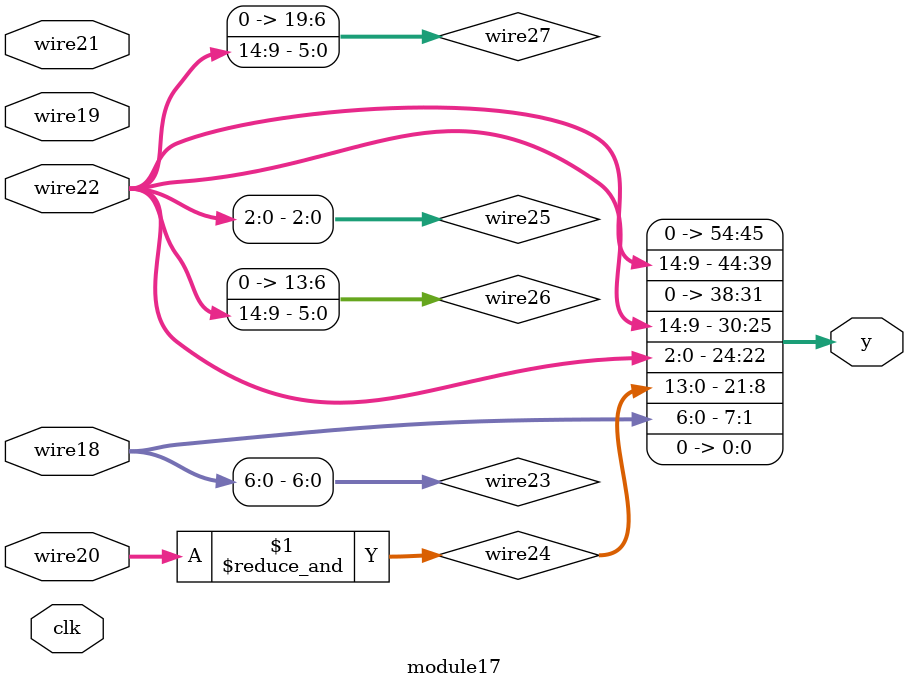
<source format=v>
module top  (y, clk, wire4, wire3, wire2, wire1, wire0);
  output wire [(32'hcf):(32'h0)] y;
  input wire [(1'h0):(1'h0)] clk;
  input wire signed [(5'h14):(1'h0)] wire4;
  input wire signed [(3'h4):(1'h0)] wire3;
  input wire [(3'h4):(1'h0)] wire2;
  input wire [(5'h15):(1'h0)] wire1;
  input wire signed [(2'h3):(1'h0)] wire0;
  wire [(5'h11):(1'h0)] wire181;
  wire signed [(3'h5):(1'h0)] wire180;
  wire signed [(4'ha):(1'h0)] wire179;
  wire [(2'h3):(1'h0)] wire178;
  wire [(3'h6):(1'h0)] wire177;
  wire [(4'he):(1'h0)] wire176;
  wire [(2'h2):(1'h0)] wire175;
  wire signed [(4'ha):(1'h0)] wire174;
  wire [(5'h15):(1'h0)] wire173;
  wire signed [(4'hf):(1'h0)] wire171;
  wire signed [(5'h14):(1'h0)] wire170;
  wire [(4'hc):(1'h0)] wire168;
  wire signed [(5'h12):(1'h0)] wire9;
  wire [(5'h14):(1'h0)] wire7;
  wire [(5'h11):(1'h0)] wire6;
  wire signed [(4'hd):(1'h0)] wire5;
  reg signed [(2'h3):(1'h0)] reg8 = (1'h0);
  assign y = {wire181,
                 wire180,
                 wire179,
                 wire178,
                 wire177,
                 wire176,
                 wire175,
                 wire174,
                 wire173,
                 wire171,
                 wire170,
                 wire168,
                 wire9,
                 wire7,
                 wire6,
                 wire5,
                 reg8,
                 (1'h0)};
  assign wire5 = $unsigned(wire0);
  assign wire6 = wire0[(2'h2):(1'h1)];
  assign wire7 = (wire2 ?
                     ($unsigned({(^~wire1),
                         $signed(wire5)}) & wire1) : wire5[(1'h0):(1'h0)]);
  always
    @(posedge clk) begin
      reg8 <= (+wire1[(1'h0):(1'h0)]);
    end
  assign wire9 = ($unsigned((wire3[(3'h4):(3'h4)] >= wire5)) << (8'hb7));
  module10 #() modinst169 (.wire12(wire7), .wire11(wire9), .y(wire168), .wire13(wire1), .wire14(wire4), .clk(clk));
  assign wire170 = (8'hbd);
  module72 #() modinst172 (wire171, clk, wire7, wire5, wire4, wire6);
  assign wire173 = {$unsigned(wire0[(2'h3):(1'h1)]),
                       {wire3, $unsigned($signed((~^wire6)))}};
  assign wire174 = wire4[(4'he):(3'h4)];
  assign wire175 = $signed($signed(((~^$signed(reg8)) ~^ (~&wire5[(4'ha):(4'ha)]))));
  assign wire176 = (!wire175[(1'h1):(1'h0)]);
  assign wire177 = wire2;
  assign wire178 = (({$signed(wire175)} ?
                       (((!wire5) ^ (wire4 | wire168)) ^~ wire175[(1'h1):(1'h0)]) : wire9[(4'h9):(3'h6)]) <= wire2[(2'h3):(1'h0)]);
  assign wire179 = $unsigned(wire1);
  assign wire180 = wire5;
  assign wire181 = reg8[(1'h0):(1'h0)];
endmodule

module module10  (y, clk, wire14, wire13, wire12, wire11);
  output wire [(32'h14e):(32'h0)] y;
  input wire [(1'h0):(1'h0)] clk;
  input wire signed [(5'h12):(1'h0)] wire14;
  input wire [(4'hd):(1'h0)] wire13;
  input wire signed [(5'h14):(1'h0)] wire12;
  input wire signed [(5'h11):(1'h0)] wire11;
  wire [(4'h8):(1'h0)] wire167;
  wire signed [(5'h13):(1'h0)] wire166;
  wire [(4'hf):(1'h0)] wire165;
  wire signed [(5'h10):(1'h0)] wire154;
  wire [(3'h5):(1'h0)] wire153;
  wire [(3'h4):(1'h0)] wire152;
  wire signed [(2'h3):(1'h0)] wire151;
  wire [(5'h12):(1'h0)] wire144;
  wire signed [(4'ha):(1'h0)] wire115;
  wire signed [(5'h12):(1'h0)] wire29;
  wire [(5'h13):(1'h0)] wire16;
  wire signed [(5'h14):(1'h0)] wire15;
  wire signed [(4'hf):(1'h0)] wire70;
  reg signed [(5'h11):(1'h0)] reg164 = (1'h0);
  reg [(4'hb):(1'h0)] reg163 = (1'h0);
  reg signed [(4'hd):(1'h0)] reg162 = (1'h0);
  reg [(3'h4):(1'h0)] reg161 = (1'h0);
  reg signed [(3'h6):(1'h0)] reg160 = (1'h0);
  reg signed [(4'ha):(1'h0)] reg159 = (1'h0);
  reg signed [(3'h4):(1'h0)] reg158 = (1'h0);
  reg [(4'ha):(1'h0)] reg157 = (1'h0);
  reg [(4'h9):(1'h0)] reg156 = (1'h0);
  reg signed [(4'he):(1'h0)] reg155 = (1'h0);
  reg signed [(4'he):(1'h0)] reg150 = (1'h0);
  reg [(5'h13):(1'h0)] reg149 = (1'h0);
  reg signed [(2'h3):(1'h0)] reg148 = (1'h0);
  reg signed [(5'h13):(1'h0)] reg147 = (1'h0);
  reg signed [(4'ha):(1'h0)] reg146 = (1'h0);
  assign y = {wire167,
                 wire166,
                 wire165,
                 wire154,
                 wire153,
                 wire152,
                 wire151,
                 wire144,
                 wire115,
                 wire29,
                 wire16,
                 wire15,
                 wire70,
                 reg164,
                 reg163,
                 reg162,
                 reg161,
                 reg160,
                 reg159,
                 reg158,
                 reg157,
                 reg156,
                 reg155,
                 reg150,
                 reg149,
                 reg148,
                 reg147,
                 reg146,
                 (1'h0)};
  assign wire15 = (((+$unsigned((wire11 > wire14))) ?
                      (~&$unsigned(wire12)) : $unsigned((wire14[(1'h0):(1'h0)] ?
                          wire11[(1'h0):(1'h0)] : $unsigned((8'hbc))))) <= wire11[(3'h4):(2'h2)]);
  assign wire16 = (~^(~^$unsigned(((wire14 ?
                      wire13 : (7'h44)) == (~|wire15)))));
  module17 #() modinst30 (.wire21(wire15), .wire18(wire16), .wire20(wire13), .wire22(wire12), .clk(clk), .y(wire29), .wire19(wire14));
  module31 #() modinst71 (wire70, clk, wire13, wire16, wire29, wire12, wire11);
  module72 #() modinst116 (.y(wire115), .wire73(wire11), .wire74(wire12), .clk(clk), .wire76(wire29), .wire75(wire13));
  module117 #() modinst145 (wire144, clk, wire11, wire15, wire70, wire14);
  always
    @(posedge clk) begin
      reg146 <= $signed({((wire11[(3'h4):(3'h4)] ?
                  (~|wire16) : ((7'h44) * wire16)) ?
              wire16[(4'hc):(3'h4)] : (wire16[(3'h7):(2'h2)] ?
                  wire70 : $signed(wire16))),
          wire12});
      reg147 <= $signed((($unsigned({wire12}) >>> ((wire115 ?
              (8'hac) : wire11) + (wire15 + wire144))) ?
          $unsigned($unsigned((8'ha0))) : wire29));
      reg148 <= (+$signed((wire29[(4'hd):(3'h5)] <= wire16[(5'h11):(2'h2)])));
    end
  always
    @(posedge clk) begin
      reg149 <= $signed($unsigned({((~^wire144) <= wire14[(4'hb):(4'h9)])}));
      reg150 <= ((^~(wire144[(4'hd):(3'h4)] ^ (reg149 ?
              $signed(wire115) : wire12))) ?
          {(((reg149 >> wire13) ?
                  $unsigned(reg149) : reg148[(1'h0):(1'h0)]) | (8'ha7))} : (($signed(((7'h43) < wire16)) | {wire70[(2'h3):(2'h3)]}) >>> (~|reg148)));
    end
  assign wire151 = wire15;
  assign wire152 = ({{($signed(wire15) ?
                               wire15[(1'h0):(1'h0)] : wire144[(3'h5):(1'h1)]),
                           {(wire29 & wire70), (-reg147)}},
                       (~^wire29)} ~^ ($signed((wire144[(4'he):(1'h0)] ?
                       reg146[(3'h7):(3'h6)] : wire14[(4'hd):(4'hb)])) + $unsigned($unsigned($signed((8'ha0))))));
  assign wire153 = (-{(^~$unsigned($signed(wire144)))});
  assign wire154 = ((wire152[(1'h1):(1'h0)] ?
                           $unsigned((~^wire70[(3'h6):(2'h3)])) : $unsigned(((+(8'hbe)) < {wire16}))) ?
                       wire144 : (8'haf));
  always
    @(posedge clk) begin
      reg155 <= wire151;
      reg156 <= $unsigned({wire144});
      if (((7'h41) ?
          (reg148[(2'h2):(1'h0)] >= {$signed(wire14[(4'he):(3'h7)]),
              ({wire14} <= $signed(wire70))}) : wire151[(1'h0):(1'h0)]))
        begin
          reg157 <= $unsigned($signed(wire115[(4'h8):(4'h8)]));
        end
      else
        begin
          if ((^~$signed(wire152[(2'h3):(1'h0)])))
            begin
              reg157 <= ((^~wire70[(2'h3):(1'h0)]) ?
                  $unsigned(wire154[(2'h3):(1'h1)]) : (reg150 <= $signed((wire152[(2'h2):(1'h1)] ?
                      (wire14 && (8'ha4)) : (|wire13)))));
              reg158 <= (reg150[(2'h2):(1'h1)] ? wire153 : $unsigned(reg146));
              reg159 <= (8'h9e);
              reg160 <= ($signed($signed((^wire152))) | $unsigned(wire11));
            end
          else
            begin
              reg157 <= $signed((reg158 && ($unsigned((reg157 ?
                  (8'haa) : wire12)) * ((|wire152) != (wire153 ?
                  reg155 : reg159)))));
              reg158 <= (~|((($unsigned((8'haa)) ^~ (8'hab)) >>> (&(~|(8'hbb)))) ?
                  $unsigned((-wire12[(4'hd):(4'ha)])) : (wire13[(4'hd):(1'h1)] ^~ reg159[(1'h1):(1'h1)])));
              reg159 <= $unsigned(({$unsigned($unsigned(wire13)),
                      $unsigned((reg150 ? wire151 : wire144))} ?
                  {(^(!reg155))} : $unsigned(reg157[(3'h4):(1'h1)])));
              reg160 <= ($unsigned(reg160[(3'h4):(3'h4)]) >>> {(((reg158 <<< (8'haa)) ?
                      wire70[(3'h7):(2'h2)] : wire12[(5'h13):(5'h12)]) + (wire11 ?
                      $signed(wire152) : (-wire115)))});
            end
          if ($signed(((^~$signed(wire153[(2'h3):(2'h3)])) ?
              $signed($unsigned(wire13[(3'h7):(2'h2)])) : ($signed(((8'hb4) ?
                  reg156 : wire152)) << $signed((~|wire29))))))
            begin
              reg161 <= ((~|wire11[(4'ha):(3'h7)]) ?
                  (-reg155) : $signed($signed(wire144)));
              reg162 <= (+$unsigned((^~($unsigned(reg147) | $unsigned(wire144)))));
              reg163 <= (wire70[(4'hb):(1'h0)] ?
                  (|{$unsigned(wire12),
                      $unsigned(reg148)}) : ((~^wire13[(3'h7):(3'h4)]) * $signed(wire12)));
            end
          else
            begin
              reg161 <= $unsigned((8'ha1));
              reg162 <= {reg149};
              reg163 <= $unsigned($signed(($unsigned((reg158 ~^ wire152)) ?
                  wire15 : ((reg157 ~^ reg147) != reg162[(2'h3):(1'h0)]))));
              reg164 <= (8'hac);
            end
        end
    end
  assign wire165 = (^wire70);
  assign wire166 = {(!reg156[(1'h1):(1'h1)])};
  assign wire167 = (reg149 >>> (wire152[(1'h0):(1'h0)] ?
                       reg155 : wire115[(3'h7):(2'h3)]));
endmodule

module module117
#(parameter param143 = (((8'hb4) ? ({{(7'h41), (8'hb2)}, ((8'hb9) ? (7'h41) : (8'ha4))} ? ({(8'hae)} <= ((8'ha0) < (8'h9d))) : ((~^(8'ha5)) ? ((7'h42) ? (8'ha8) : (8'hb8)) : (~|(8'ha8)))) : (({(8'ha4)} ? (~&(8'ha5)) : ((8'h9e) < (8'ha5))) == (8'ha5))) ? {(7'h40), ({{(8'h9f), (8'haa)}, ((8'h9c) + (8'hab))} ? ({(8'hac)} + (~&(8'hb5))) : (((8'hbc) ? (8'hbe) : (8'ha7)) ? (8'ha2) : (^(8'hb2))))} : (~&(((+(8'h9c)) ? (^(8'ha4)) : (!(8'ha4))) ? (((8'hb6) ? (8'hb0) : (8'hbf)) && ((8'ha4) || (8'h9c))) : ((8'hba) ? ((8'hac) ? (8'ha8) : (8'ha3)) : (|(8'ha8)))))))
(y, clk, wire121, wire120, wire119, wire118);
  output wire [(32'he3):(32'h0)] y;
  input wire [(1'h0):(1'h0)] clk;
  input wire signed [(4'ha):(1'h0)] wire121;
  input wire [(5'h14):(1'h0)] wire120;
  input wire signed [(4'hf):(1'h0)] wire119;
  input wire signed [(4'he):(1'h0)] wire118;
  wire [(3'h6):(1'h0)] wire142;
  wire signed [(5'h15):(1'h0)] wire141;
  wire signed [(3'h7):(1'h0)] wire140;
  wire signed [(4'h9):(1'h0)] wire139;
  wire signed [(5'h14):(1'h0)] wire138;
  wire signed [(5'h13):(1'h0)] wire137;
  wire [(3'h4):(1'h0)] wire131;
  wire signed [(5'h14):(1'h0)] wire130;
  wire signed [(4'hb):(1'h0)] wire129;
  wire signed [(4'hd):(1'h0)] wire128;
  wire signed [(2'h2):(1'h0)] wire127;
  wire [(4'hf):(1'h0)] wire126;
  wire signed [(3'h6):(1'h0)] wire125;
  wire [(3'h6):(1'h0)] wire124;
  wire signed [(5'h10):(1'h0)] wire123;
  wire [(2'h2):(1'h0)] wire122;
  reg [(4'h9):(1'h0)] reg136 = (1'h0);
  reg signed [(5'h13):(1'h0)] reg135 = (1'h0);
  reg [(4'h8):(1'h0)] reg134 = (1'h0);
  reg signed [(4'h8):(1'h0)] reg133 = (1'h0);
  reg signed [(3'h5):(1'h0)] reg132 = (1'h0);
  assign y = {wire142,
                 wire141,
                 wire140,
                 wire139,
                 wire138,
                 wire137,
                 wire131,
                 wire130,
                 wire129,
                 wire128,
                 wire127,
                 wire126,
                 wire125,
                 wire124,
                 wire123,
                 wire122,
                 reg136,
                 reg135,
                 reg134,
                 reg133,
                 reg132,
                 (1'h0)};
  assign wire122 = $signed(((^$signed($signed(wire118))) <= $signed((~^wire120[(5'h12):(5'h11)]))));
  assign wire123 = $signed($signed(wire118));
  assign wire124 = wire118[(1'h0):(1'h0)];
  assign wire125 = (^~(+wire124));
  assign wire126 = (~|$signed(wire119));
  assign wire127 = ($unsigned(wire122) | ($unsigned((wire122 || wire120[(3'h7):(1'h0)])) <= (wire119 ~^ wire124)));
  assign wire128 = ((~($unsigned($signed((7'h41))) ?
                       wire124[(1'h1):(1'h0)] : wire122)) > (&{wire119[(4'he):(3'h7)]}));
  assign wire129 = wire121[(1'h0):(1'h0)];
  assign wire130 = $signed((($signed($signed(wire125)) > wire122[(1'h1):(1'h1)]) ?
                       wire122 : wire123[(1'h0):(1'h0)]));
  assign wire131 = (~(|(~^(~&wire123[(2'h3):(1'h0)]))));
  always
    @(posedge clk) begin
      reg132 <= wire125[(3'h4):(1'h1)];
      if ({{{(~|$unsigned(wire123))}, (^~$signed(wire125[(1'h0):(1'h0)]))},
          (8'hb6)})
        begin
          reg133 <= ((8'ha6) ?
              (8'h9e) : ($signed(wire118[(4'hb):(2'h2)]) ?
                  $unsigned(wire123[(4'he):(4'h9)]) : (8'h9d)));
        end
      else
        begin
          reg133 <= $signed($unsigned(($signed(wire119[(1'h0):(1'h0)]) ?
              ($signed(wire119) + $unsigned((8'ha1))) : ((wire123 ?
                  reg132 : (7'h42)) < ((8'ha3) ? (8'hae) : wire126)))));
          if (($unsigned((+$unsigned({wire131, wire129}))) == wire131))
            begin
              reg134 <= (wire125 ?
                  {$unsigned(($unsigned(wire127) & wire120[(4'h9):(2'h3)])),
                      ($unsigned((!wire120)) == (wire127 ?
                          wire128 : reg133))} : (^wire119));
              reg135 <= $signed(wire123[(3'h5):(2'h2)]);
              reg136 <= (((-(((8'ha7) ? wire124 : wire131) >>> {(8'ha2)})) ?
                      wire123[(5'h10):(2'h2)] : $unsigned(((&reg133) ?
                          $signed(wire125) : (reg135 * reg132)))) ?
                  (($signed(((7'h41) ?
                          (8'hb9) : wire120)) - $signed((&(8'ha2)))) ?
                      $signed(reg132[(1'h1):(1'h0)]) : {reg133}) : {$signed($signed((!wire121)))});
            end
          else
            begin
              reg134 <= ((^~$unsigned(($unsigned(wire118) ?
                      $signed(wire123) : $signed(reg135)))) ?
                  ({((wire118 ? reg134 : wire128) ?
                              $signed(wire124) : wire119[(1'h0):(1'h0)]),
                          {$signed((8'hae))}} ?
                      {wire124[(3'h6):(2'h3)],
                          ($signed(wire131) ?
                              {wire123,
                                  wire129} : $unsigned(reg134))} : {(^$signed(wire128)),
                          ((wire127 | wire130) | (~&wire122))}) : (~&wire119));
            end
        end
    end
  assign wire137 = ((wire131[(3'h4):(1'h1)] ?
                       $signed($signed((wire128 ~^ wire128))) : ({wire119[(3'h4):(2'h3)],
                           (~reg134)} <= (^(wire131 ?
                           wire129 : reg132)))) || ((~^($unsigned((7'h44)) ?
                       $signed(wire122) : $signed(reg135))) ^ $unsigned({wire119})));
  assign wire138 = ((^~($unsigned((wire129 ? wire118 : wire122)) ?
                           $signed((wire129 << wire137)) : ($unsigned(reg135) >> $signed(wire137)))) ?
                       wire125[(1'h0):(1'h0)] : wire137);
  assign wire139 = reg132[(2'h3):(2'h3)];
  assign wire140 = (~$signed({((wire130 ? wire137 : (8'haa)) ?
                           (wire128 ? wire128 : wire126) : (^wire131)),
                       ({(8'ha8), wire127} + wire130[(4'h9):(3'h7)])}));
  assign wire141 = (((!wire126) ~^ wire119[(4'h9):(4'h8)]) ?
                       wire124[(1'h1):(1'h1)] : wire125[(3'h5):(3'h4)]);
  assign wire142 = (($signed(wire121) || wire139[(1'h1):(1'h1)]) >= ((~(|{reg136})) <= (({reg132} >> wire121) << ((reg132 ?
                           reg133 : reg136) ?
                       {wire137} : $unsigned(wire127)))));
endmodule

module module72  (y, clk, wire76, wire75, wire74, wire73);
  output wire [(32'h1ba):(32'h0)] y;
  input wire [(1'h0):(1'h0)] clk;
  input wire signed [(5'h12):(1'h0)] wire76;
  input wire signed [(4'hd):(1'h0)] wire75;
  input wire [(2'h3):(1'h0)] wire74;
  input wire [(5'h11):(1'h0)] wire73;
  wire signed [(3'h7):(1'h0)] wire114;
  wire [(4'he):(1'h0)] wire113;
  wire signed [(4'hd):(1'h0)] wire112;
  wire [(5'h13):(1'h0)] wire93;
  wire [(4'h8):(1'h0)] wire92;
  wire [(4'ha):(1'h0)] wire91;
  wire [(5'h13):(1'h0)] wire90;
  wire [(5'h12):(1'h0)] wire89;
  wire [(4'he):(1'h0)] wire88;
  wire [(3'h7):(1'h0)] wire87;
  wire [(3'h6):(1'h0)] wire86;
  wire signed [(3'h7):(1'h0)] wire85;
  wire signed [(4'he):(1'h0)] wire82;
  wire [(3'h4):(1'h0)] wire81;
  wire signed [(3'h5):(1'h0)] wire78;
  wire signed [(2'h2):(1'h0)] wire77;
  reg signed [(4'he):(1'h0)] reg111 = (1'h0);
  reg [(3'h7):(1'h0)] reg110 = (1'h0);
  reg [(5'h14):(1'h0)] reg109 = (1'h0);
  reg signed [(4'hd):(1'h0)] reg108 = (1'h0);
  reg signed [(2'h2):(1'h0)] reg107 = (1'h0);
  reg [(5'h15):(1'h0)] reg106 = (1'h0);
  reg [(4'hd):(1'h0)] reg105 = (1'h0);
  reg signed [(3'h6):(1'h0)] reg104 = (1'h0);
  reg signed [(4'hb):(1'h0)] reg103 = (1'h0);
  reg signed [(4'h8):(1'h0)] reg102 = (1'h0);
  reg signed [(5'h15):(1'h0)] reg101 = (1'h0);
  reg [(3'h6):(1'h0)] reg100 = (1'h0);
  reg [(4'hc):(1'h0)] reg99 = (1'h0);
  reg [(5'h10):(1'h0)] reg98 = (1'h0);
  reg signed [(4'hf):(1'h0)] reg97 = (1'h0);
  reg [(4'ha):(1'h0)] reg96 = (1'h0);
  reg signed [(5'h15):(1'h0)] reg95 = (1'h0);
  reg [(3'h7):(1'h0)] reg94 = (1'h0);
  reg [(5'h13):(1'h0)] reg84 = (1'h0);
  reg [(3'h7):(1'h0)] reg83 = (1'h0);
  reg [(3'h7):(1'h0)] reg80 = (1'h0);
  reg [(5'h12):(1'h0)] reg79 = (1'h0);
  assign y = {wire114,
                 wire113,
                 wire112,
                 wire93,
                 wire92,
                 wire91,
                 wire90,
                 wire89,
                 wire88,
                 wire87,
                 wire86,
                 wire85,
                 wire82,
                 wire81,
                 wire78,
                 wire77,
                 reg111,
                 reg110,
                 reg109,
                 reg108,
                 reg107,
                 reg106,
                 reg105,
                 reg104,
                 reg103,
                 reg102,
                 reg101,
                 reg100,
                 reg99,
                 reg98,
                 reg97,
                 reg96,
                 reg95,
                 reg94,
                 reg84,
                 reg83,
                 reg80,
                 reg79,
                 (1'h0)};
  assign wire77 = ((wire76 ?
                      wire75 : wire74[(2'h3):(1'h1)]) << $signed((((&wire74) ?
                      $unsigned(wire73) : (wire75 << wire75)) + ((^~wire76) < wire74))));
  assign wire78 = ({{wire74}} ? wire75 : $signed(wire76[(4'h9):(4'h8)]));
  always
    @(posedge clk) begin
      reg79 <= wire75;
      reg80 <= (((($signed(wire73) * wire73[(2'h2):(1'h1)]) ~^ wire75[(4'hb):(4'hb)]) >> (wire78 | (reg79 | $signed(wire76)))) + $unsigned(wire77));
    end
  assign wire81 = $unsigned($signed((($unsigned(reg79) || $signed((8'hab))) <<< $unsigned($unsigned(reg79)))));
  assign wire82 = {$unsigned($signed(((~|wire77) + $unsigned(reg80))))};
  always
    @(posedge clk) begin
      reg83 <= (~(~^$unsigned($unsigned((reg79 <<< (8'hbe))))));
      reg84 <= wire82[(2'h3):(1'h0)];
    end
  assign wire85 = ({{reg83, {reg79, $signed((7'h41))}},
                          (($unsigned(wire81) <<< {wire82}) ?
                              wire77[(1'h1):(1'h0)] : $unsigned(reg79))} ?
                      $signed({wire73[(1'h1):(1'h1)],
                          $signed($signed((8'ha3)))}) : wire82);
  assign wire86 = wire74;
  assign wire87 = $unsigned({wire82});
  assign wire88 = wire86[(3'h4):(2'h3)];
  assign wire89 = $unsigned((|$unsigned(reg80[(3'h4):(2'h2)])));
  assign wire90 = $unsigned((wire74[(2'h2):(2'h2)] ~^ reg79));
  assign wire91 = ((8'h9e) ?
                      wire78[(1'h0):(1'h0)] : $signed(wire90[(5'h11):(3'h5)]));
  assign wire92 = wire86;
  assign wire93 = $unsigned(((~^((8'ha2) + $unsigned(reg79))) ~^ (&($unsigned(wire86) ?
                      (wire81 & wire81) : (wire81 >> wire91)))));
  always
    @(posedge clk) begin
      if ({(reg84 <<< wire90),
          (~|($unsigned($unsigned(wire85)) << {$signed((8'hac))}))})
        begin
          reg94 <= wire74[(2'h3):(2'h3)];
        end
      else
        begin
          reg94 <= $signed($unsigned(wire91));
          if ((wire81[(3'h4):(1'h1)] < {wire73, (8'hb2)}))
            begin
              reg95 <= (((+((~|(8'ha4)) ?
                      (wire88 ? (8'hbc) : wire90) : $signed(wire75))) ?
                  wire77[(1'h1):(1'h1)] : (~|wire85)) * (({(8'hb7)} << $unsigned($unsigned(wire87))) ?
                  (8'hb0) : ((|wire75) ?
                      wire74[(2'h3):(1'h0)] : wire82[(3'h7):(3'h5)])));
              reg96 <= ((wire76 - wire76) ?
                  $unsigned($unsigned((~((7'h44) ?
                      wire87 : reg94)))) : $unsigned(wire74));
              reg97 <= (&reg95);
              reg98 <= (wire91[(3'h6):(1'h1)] >> (reg97 & ({wire73,
                      reg97[(1'h1):(1'h1)]} ?
                  $signed(wire81) : ((+reg83) ?
                      {wire76, wire87} : $signed(reg95)))));
            end
          else
            begin
              reg95 <= wire86[(2'h3):(2'h2)];
              reg96 <= $signed(((~wire77) == (~&$unsigned($unsigned(reg95)))));
              reg97 <= {(reg95 && (~^{(wire77 ? reg96 : reg83),
                      (wire92 ? reg94 : wire88)}))};
              reg98 <= $signed(reg94[(3'h4):(3'h4)]);
              reg99 <= wire87;
            end
          reg100 <= $unsigned((wire81[(1'h0):(1'h0)] < $unsigned(wire75)));
          if ((&($signed(reg97[(3'h7):(2'h2)]) >= (|reg100[(3'h5):(1'h0)]))))
            begin
              reg101 <= ($unsigned(wire90[(4'h8):(3'h4)]) ?
                  reg97 : {{wire76[(4'he):(2'h2)]},
                      $signed($unsigned(((8'had) >= wire73)))});
              reg102 <= ($signed((((!reg94) ?
                          (wire82 << (8'h9f)) : reg96[(4'h9):(3'h7)]) ?
                      ((wire89 ? wire88 : reg80) ?
                          reg79 : (+(8'hbe))) : (!(wire90 >= reg79)))) ?
                  ({wire77, $signed((-wire87))} ?
                      (((wire85 * reg100) >>> (wire90 >= reg95)) ?
                          $signed(wire87) : (8'hab)) : reg79) : $unsigned((wire77 <= $signed($unsigned(reg80)))));
              reg103 <= $signed((|$signed({wire86})));
              reg104 <= reg97;
            end
          else
            begin
              reg101 <= $unsigned(reg79);
              reg102 <= reg99[(3'h7):(2'h2)];
              reg103 <= reg80[(1'h1):(1'h0)];
              reg104 <= (!((reg98[(4'ha):(4'ha)] ?
                      reg83[(2'h2):(1'h0)] : reg83) ?
                  (~&($signed(reg79) <<< reg102[(1'h1):(1'h1)])) : ({$unsigned((8'hb5)),
                          (wire76 ? wire78 : (7'h44))} ?
                      $unsigned((|wire75)) : wire82[(4'h8):(4'h8)])));
              reg105 <= ((~|(((&(8'ha8)) ? (^reg95) : (reg102 & reg103)) ?
                      wire73 : $unsigned($signed(reg94)))) ?
                  ($unsigned($signed((reg104 ? (8'ha1) : wire78))) >>> (reg83 ?
                      (reg100 & wire78) : ($unsigned((8'h9e)) ?
                          reg98 : (wire93 >> (7'h43))))) : wire73[(4'hc):(3'h6)]);
            end
          reg106 <= $unsigned($unsigned(wire78));
        end
      if ((|reg95[(5'h10):(4'he)]))
        begin
          reg107 <= (+(^~(reg98 ~^ $unsigned(wire82[(4'ha):(2'h3)]))));
          reg108 <= reg97;
          reg109 <= $signed((wire75[(4'h8):(4'h8)] ?
              $signed(((wire88 ? reg83 : reg101) ?
                  $unsigned(reg79) : (&wire78))) : (-{reg94})));
        end
      else
        begin
          reg107 <= (wire86[(3'h5):(1'h1)] ^~ ($unsigned(wire86[(2'h3):(2'h3)]) * reg109));
        end
      reg110 <= reg107[(1'h0):(1'h0)];
      reg111 <= wire88[(2'h2):(1'h1)];
    end
  assign wire112 = wire87;
  assign wire113 = $signed({$unsigned(reg79)});
  assign wire114 = (|$signed($signed(wire77[(1'h1):(1'h1)])));
endmodule

module module31
#(parameter param68 = (~((((8'hbf) ? (^~(8'hbc)) : (|(8'hb6))) - (((7'h43) < (8'hb5)) ? ((8'ha1) - (8'ha6)) : {(8'h9c)})) ? {(8'ha8)} : {{((8'ha9) ? (8'hbd) : (8'hba)), (8'h9f)}, (((8'hac) << (8'hb3)) ? (+(8'ha8)) : ((8'hbd) - (8'h9c)))})), 
parameter param69 = param68)
(y, clk, wire36, wire35, wire34, wire33, wire32);
  output wire [(32'h146):(32'h0)] y;
  input wire [(1'h0):(1'h0)] clk;
  input wire signed [(4'hb):(1'h0)] wire36;
  input wire signed [(5'h13):(1'h0)] wire35;
  input wire [(4'h9):(1'h0)] wire34;
  input wire signed [(2'h3):(1'h0)] wire33;
  input wire signed [(3'h6):(1'h0)] wire32;
  wire signed [(4'h9):(1'h0)] wire66;
  wire [(3'h7):(1'h0)] wire60;
  wire [(5'h15):(1'h0)] wire57;
  wire signed [(4'hf):(1'h0)] wire56;
  wire signed [(4'h9):(1'h0)] wire55;
  wire [(4'hb):(1'h0)] wire54;
  wire [(5'h12):(1'h0)] wire53;
  wire [(4'hb):(1'h0)] wire52;
  wire signed [(3'h5):(1'h0)] wire51;
  wire [(4'h8):(1'h0)] wire50;
  wire signed [(5'h11):(1'h0)] wire49;
  wire [(2'h3):(1'h0)] wire48;
  wire signed [(4'he):(1'h0)] wire47;
  wire [(2'h2):(1'h0)] wire37;
  reg [(5'h10):(1'h0)] reg67 = (1'h0);
  reg [(4'hf):(1'h0)] reg65 = (1'h0);
  reg [(3'h4):(1'h0)] reg64 = (1'h0);
  reg [(4'ha):(1'h0)] reg63 = (1'h0);
  reg signed [(3'h5):(1'h0)] reg62 = (1'h0);
  reg signed [(3'h6):(1'h0)] reg61 = (1'h0);
  reg [(4'h9):(1'h0)] reg59 = (1'h0);
  reg signed [(3'h7):(1'h0)] reg58 = (1'h0);
  reg [(2'h3):(1'h0)] reg46 = (1'h0);
  reg [(3'h6):(1'h0)] reg45 = (1'h0);
  reg signed [(4'hf):(1'h0)] reg44 = (1'h0);
  reg [(5'h13):(1'h0)] reg43 = (1'h0);
  reg [(2'h3):(1'h0)] reg42 = (1'h0);
  reg signed [(5'h14):(1'h0)] reg41 = (1'h0);
  reg [(3'h4):(1'h0)] reg40 = (1'h0);
  reg [(4'hf):(1'h0)] reg39 = (1'h0);
  reg [(5'h12):(1'h0)] reg38 = (1'h0);
  assign y = {wire66,
                 wire60,
                 wire57,
                 wire56,
                 wire55,
                 wire54,
                 wire53,
                 wire52,
                 wire51,
                 wire50,
                 wire49,
                 wire48,
                 wire47,
                 wire37,
                 reg67,
                 reg65,
                 reg64,
                 reg63,
                 reg62,
                 reg61,
                 reg59,
                 reg58,
                 reg46,
                 reg45,
                 reg44,
                 reg43,
                 reg42,
                 reg41,
                 reg40,
                 reg39,
                 reg38,
                 (1'h0)};
  assign wire37 = ((~^(^~wire36[(1'h0):(1'h0)])) >>> ($signed($unsigned((|wire32))) ~^ $signed($unsigned((~&wire33)))));
  always
    @(posedge clk) begin
      reg38 <= $signed(($unsigned((^~(wire36 && wire32))) ?
          wire36 : wire33[(1'h1):(1'h1)]));
      reg39 <= (8'ha5);
      if ($signed($unsigned(((8'hba) ? $unsigned((8'ha8)) : (~|reg39)))))
        begin
          reg40 <= $unsigned(reg39[(4'h9):(3'h5)]);
          reg41 <= $signed(($unsigned($signed((-reg39))) << wire35[(5'h10):(1'h0)]));
          reg42 <= ({{((wire36 == reg40) ? $signed(reg39) : $signed(reg38))},
              reg41[(4'hd):(4'h8)]} - $unsigned(reg41[(4'hd):(4'hc)]));
          if (wire32)
            begin
              reg43 <= {({reg41[(4'hb):(1'h1)]} ?
                      {(^~(reg39 > (8'hb1))),
                          ($unsigned(wire36) <= (reg40 & reg39))} : (($unsigned((8'hbc)) >= $signed(reg40)) ?
                          $signed({reg41, wire32}) : (~|$signed((8'ha9)))))};
            end
          else
            begin
              reg43 <= wire32;
              reg44 <= ($signed(((^~$signed(reg42)) | $unsigned($signed(wire32)))) ?
                  (!(+$signed(reg39[(4'hf):(4'he)]))) : (+wire33));
              reg45 <= (^~((8'hbf) ^~ $unsigned($unsigned($unsigned(reg38)))));
              reg46 <= ({reg39[(3'h4):(1'h1)], (8'ha8)} + $unsigned(reg43));
            end
        end
      else
        begin
          if (reg42[(2'h3):(2'h3)])
            begin
              reg40 <= (&(^(wire36[(4'h8):(1'h1)] ?
                  wire35 : (wire33[(1'h1):(1'h0)] ?
                      wire34 : $unsigned(wire32)))));
              reg41 <= (-(-{$unsigned(wire36[(4'hb):(3'h4)])}));
              reg42 <= reg44;
            end
          else
            begin
              reg40 <= (reg46 ?
                  (wire33 >= $unsigned($unsigned(((8'ha2) && (7'h42))))) : $unsigned(((&$unsigned(reg46)) - (~(reg46 ?
                      reg43 : (8'hb0))))));
            end
        end
    end
  assign wire47 = ((^$signed($signed(reg46))) ?
                      $unsigned($signed(wire35[(5'h11):(4'ha)])) : {reg42[(2'h3):(2'h3)]});
  assign wire48 = ((reg43[(5'h12):(4'hc)] ?
                      $unsigned(((~&reg40) >>> $signed(reg45))) : (7'h40)) >>> $signed($signed(($unsigned(wire47) && $unsigned(wire32)))));
  assign wire49 = (~|$signed((8'hb8)));
  assign wire50 = {(wire47[(4'h9):(2'h3)] == (8'ha7))};
  assign wire51 = (~&wire47);
  assign wire52 = (^~({reg40[(1'h1):(1'h1)],
                          $unsigned((reg41 ? wire49 : reg39))} ?
                      wire50 : (((reg42 ?
                          reg45 : reg40) < (wire33 & reg40)) | $signed($unsigned(wire50)))));
  assign wire53 = $signed($unsigned(({wire32[(3'h4):(1'h1)]} >= ($unsigned(wire33) ?
                      (~^wire35) : $signed(wire51)))));
  assign wire54 = (~^((wire36 ? reg41 : $signed((~^wire50))) ?
                      reg46 : $unsigned(reg38[(3'h7):(1'h1)])));
  assign wire55 = reg43;
  assign wire56 = wire53;
  assign wire57 = (!$signed($unsigned($signed((reg44 ? reg40 : reg45)))));
  always
    @(posedge clk) begin
      reg58 <= (($unsigned(reg43[(4'ha):(2'h3)]) ?
              (&{(+(8'hbc))}) : wire50[(2'h3):(1'h0)]) ?
          $signed(wire48) : ((reg43 ?
                  $signed($unsigned(wire51)) : ($unsigned(reg46) >= (-wire50))) ?
              (wire47[(1'h0):(1'h0)] || $unsigned((^~wire32))) : $unsigned($unsigned((8'hbb)))));
      reg59 <= $signed($unsigned($unsigned(((reg40 >>> (8'hbc)) || $signed(reg38)))));
    end
  assign wire60 = wire57;
  always
    @(posedge clk) begin
      reg61 <= (^~($unsigned((|$signed(wire34))) ?
          ({(|reg39), reg46} ?
              (~wire49) : {((8'hb6) ? wire54 : reg38),
                  (8'hab)}) : (((+reg59) & (!wire50)) >= $signed(reg38[(4'he):(4'he)]))));
      if ($signed((($signed(reg38[(4'hf):(3'h6)]) ~^ wire33) ?
          {(8'hae),
              ($unsigned(reg43) <= (reg61 ?
                  (7'h42) : reg58))} : $signed(wire35))))
        begin
          reg62 <= $signed(((-$signed((!wire32))) > (+((wire60 ?
              wire57 : wire60) == (wire33 == wire52)))));
          reg63 <= $unsigned(reg58[(2'h2):(1'h1)]);
        end
      else
        begin
          reg62 <= (wire54[(3'h7):(2'h2)] ^ $unsigned(wire55));
          reg63 <= (($signed({(reg62 ? (8'had) : wire35),
              $unsigned(reg62)}) <= reg44) << (^~(~|((reg63 ? reg62 : wire51) ?
              reg39[(4'ha):(1'h0)] : $signed(wire35)))));
          reg64 <= reg41;
        end
      reg65 <= ($unsigned(reg44) ? reg63[(4'h9):(2'h3)] : $signed(wire34));
    end
  assign wire66 = {wire47,
                      $unsigned(($unsigned({wire55, reg59}) ?
                          ({reg61,
                              reg40} == $unsigned(reg46)) : $signed((wire36 ?
                              reg63 : (8'h9d)))))};
  always
    @(posedge clk) begin
      reg67 <= (reg45 != wire35);
    end
endmodule

module module17
#(parameter param28 = (((8'hb3) ? {(((8'ha7) <<< (8'ha5)) && ((8'h9d) ~^ (8'hbd)))} : (((^~(8'hb4)) | (8'ha8)) ^ {((8'ha1) >> (8'hba))})) >>> {(8'ha8), ((((7'h43) <= (8'hb4)) + ((8'ha5) ? (8'hb7) : (8'ha6))) ^ {(-(8'h9d)), ((8'ha7) >>> (8'haa))})}))
(y, clk, wire22, wire21, wire20, wire19, wire18);
  output wire [(32'h36):(32'h0)] y;
  input wire [(1'h0):(1'h0)] clk;
  input wire signed [(5'h14):(1'h0)] wire22;
  input wire [(3'h5):(1'h0)] wire21;
  input wire signed [(4'hc):(1'h0)] wire20;
  input wire [(5'h12):(1'h0)] wire19;
  input wire [(4'h8):(1'h0)] wire18;
  wire [(5'h13):(1'h0)] wire27;
  wire signed [(4'hd):(1'h0)] wire26;
  wire [(2'h2):(1'h0)] wire25;
  wire [(4'hd):(1'h0)] wire24;
  wire [(3'h6):(1'h0)] wire23;
  assign y = {wire27, wire26, wire25, wire24, wire23, (1'h0)};
  assign wire23 = wire18;
  assign wire24 = (&wire20);
  assign wire25 = wire22;
  assign wire26 = $unsigned(wire22[(4'he):(4'h9)]);
  assign wire27 = wire26;
endmodule

</source>
